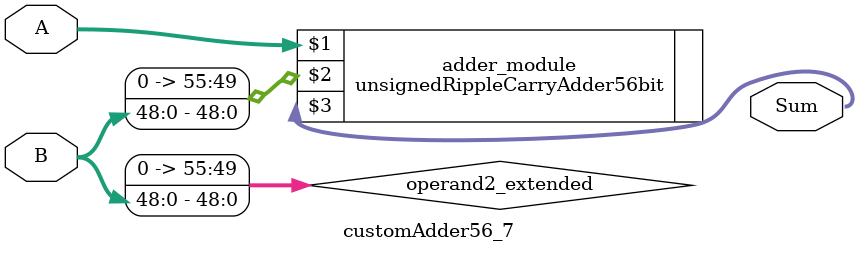
<source format=v>
module customAdder56_7(
                        input [55 : 0] A,
                        input [48 : 0] B,
                        
                        output [56 : 0] Sum
                );

        wire [55 : 0] operand2_extended;
        
        assign operand2_extended =  {7'b0, B};
        
        unsignedRippleCarryAdder56bit adder_module(
            A,
            operand2_extended,
            Sum
        );
        
        endmodule
        
</source>
